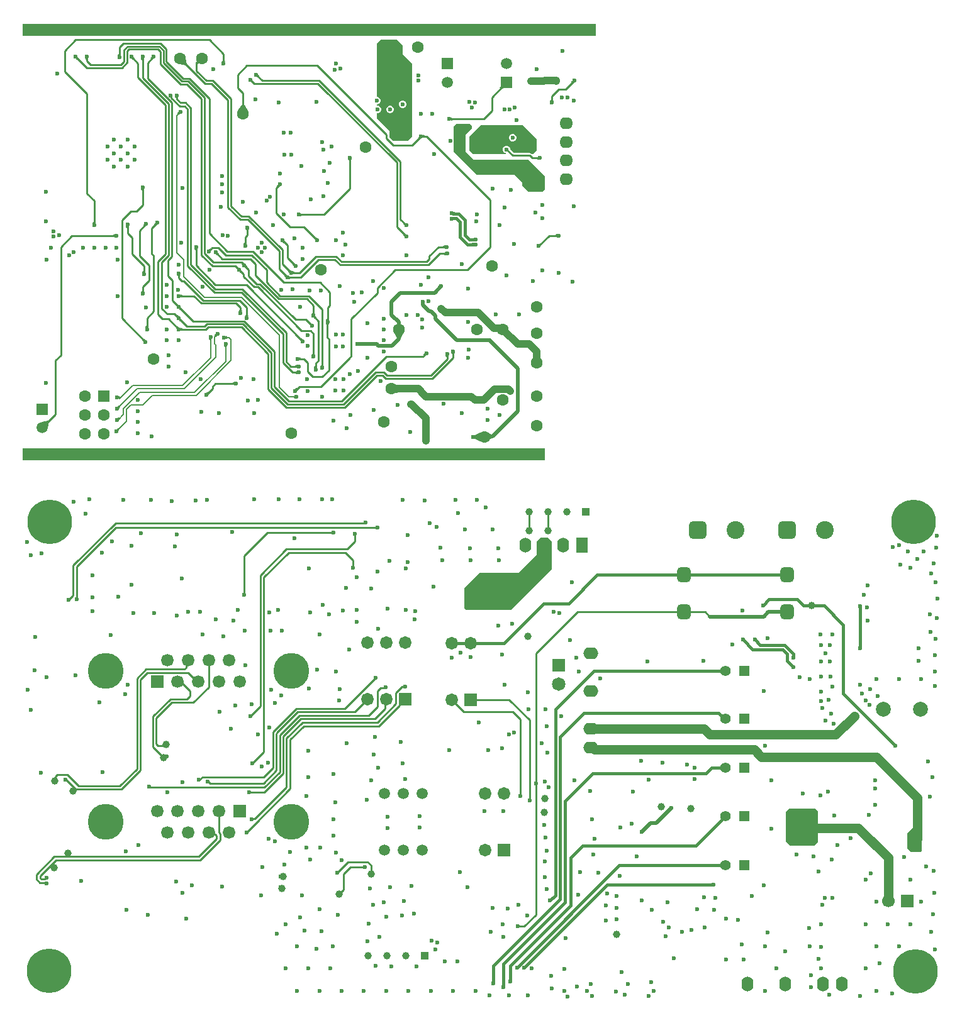
<source format=gbl>
G04*
G04 #@! TF.GenerationSoftware,Altium Limited,Altium Designer,24.0.1 (36)*
G04*
G04 Layer_Physical_Order=4*
G04 Layer_Color=16711680*
%FSTAX24Y24*%
%MOIN*%
G70*
G04*
G04 #@! TF.SameCoordinates,F3E9A89A-E33D-43AE-B610-609CB64B5824*
G04*
G04*
G04 #@! TF.FilePolarity,Positive*
G04*
G01*
G75*
%ADD58C,0.0200*%
%ADD59C,0.0150*%
%ADD61C,0.0100*%
%ADD63C,0.0500*%
%ADD108C,0.0197*%
%ADD109C,0.0098*%
%ADD110C,0.0079*%
%ADD112C,0.0551*%
%ADD113R,0.0551X0.0551*%
%ADD114R,0.0715X0.0715*%
%ADD115C,0.0715*%
%ADD116O,0.0650X0.0670*%
%ADD117R,0.0650X0.0670*%
%ADD118C,0.2362*%
%ADD119C,0.0945*%
G04:AMPARAMS|DCode=120|XSize=94.5mil|YSize=94.5mil|CornerRadius=23.6mil|HoleSize=0mil|Usage=FLASHONLY|Rotation=0.000|XOffset=0mil|YOffset=0mil|HoleType=Round|Shape=RoundedRectangle|*
%AMROUNDEDRECTD120*
21,1,0.0945,0.0472,0,0,0.0*
21,1,0.0472,0.0945,0,0,0.0*
1,1,0.0472,0.0236,-0.0236*
1,1,0.0472,-0.0236,-0.0236*
1,1,0.0472,-0.0236,0.0236*
1,1,0.0472,0.0236,0.0236*
%
%ADD120ROUNDEDRECTD120*%
%ADD121O,0.0630X0.0787*%
%ADD122R,0.0630X0.0787*%
%ADD123O,0.0787X0.0630*%
%ADD124R,0.0388X0.0388*%
%ADD125C,0.0388*%
%ADD126C,0.0787*%
%ADD127R,0.0669X0.0669*%
%ADD128C,0.0669*%
%ADD129C,0.0591*%
%ADD130C,0.1900*%
%ADD131C,0.0665*%
%ADD132R,0.0665X0.0665*%
%ADD133C,0.0236*%
%ADD134C,0.0630*%
%ADD135R,0.0591X0.0600*%
%ADD136C,0.0591*%
%ADD137R,0.0630X0.0630*%
%ADD138O,0.0709X0.0630*%
G04:AMPARAMS|DCode=139|XSize=70.9mil|YSize=78.7mil|CornerRadius=17.7mil|HoleSize=0mil|Usage=FLASHONLY|Rotation=180.000|XOffset=0mil|YOffset=0mil|HoleType=Round|Shape=RoundedRectangle|*
%AMROUNDEDRECTD139*
21,1,0.0709,0.0433,0,0,180.0*
21,1,0.0354,0.0787,0,0,180.0*
1,1,0.0354,-0.0177,0.0217*
1,1,0.0354,0.0177,0.0217*
1,1,0.0354,0.0177,-0.0217*
1,1,0.0354,-0.0177,-0.0217*
%
%ADD139ROUNDEDRECTD139*%
%ADD140C,0.0394*%
%ADD141C,0.0157*%
%ADD142C,0.0394*%
G36*
X147047Y098346D02*
X116693D01*
Y098976D01*
X147047D01*
Y098346D01*
D02*
G37*
G36*
X121894Y097289D02*
X121728D01*
X121762Y097383D01*
X12186D01*
X121894Y097289D01*
D02*
G37*
G36*
X123621Y097126D02*
X123531Y097083D01*
X123461Y097153D01*
X123504Y097243D01*
X123621Y097126D01*
D02*
G37*
G36*
X122602Y097153D02*
X122532Y097083D01*
X122442Y097126D01*
X122559Y097243D01*
X122602Y097153D01*
D02*
G37*
G36*
X119649D02*
X119579Y097083D01*
X119489Y097126D01*
X119606Y097243D01*
X119649Y097153D01*
D02*
G37*
G36*
X123081Y097066D02*
X122982D01*
X122949Y09716D01*
X123114D01*
X123081Y097066D01*
D02*
G37*
G36*
X120128D02*
X12003D01*
X119996Y09716D01*
X120161D01*
X120128Y097066D01*
D02*
G37*
G36*
X127406Y096974D02*
X12724D01*
X127274Y097068D01*
X127372D01*
X127406Y096974D01*
D02*
G37*
G36*
X126043Y096882D02*
X125927Y096846D01*
X125858Y096916D01*
X125896Y097032D01*
X126043Y096882D01*
D02*
G37*
G36*
X125388Y096847D02*
X125319Y096777D01*
X125003Y09685D01*
X125315Y097162D01*
X125388Y096847D01*
D02*
G37*
G36*
X129216Y096208D02*
X129146Y096138D01*
X129056Y096181D01*
X129173Y096298D01*
X129216Y096208D01*
D02*
G37*
G36*
X128901Y095932D02*
X128831Y095863D01*
X128741Y095906D01*
X128858Y096022D01*
X128901Y095932D01*
D02*
G37*
G36*
X145904Y095866D02*
X145814Y095823D01*
X145745Y095893D01*
X145787Y095983D01*
X145904Y095866D01*
D02*
G37*
G36*
X142168Y095587D02*
X142029Y095517D01*
X141959Y095587D01*
X142029Y095726D01*
X142168Y095587D01*
D02*
G37*
G36*
X124894Y095021D02*
X124796D01*
X124762Y095115D01*
X124928D01*
X124894Y095021D01*
D02*
G37*
G36*
X144807Y094888D02*
X144642D01*
X144675Y094981D01*
X144774D01*
X144807Y094888D01*
D02*
G37*
G36*
X128567Y094438D02*
X128126D01*
X128297Y094713D01*
X128396D01*
X128567Y094438D01*
D02*
G37*
G36*
X125038Y094213D02*
X124938Y094174D01*
X124883Y09423D01*
X124921Y09433D01*
X125038Y094213D01*
D02*
G37*
G36*
X13947Y093986D02*
Y093888D01*
X139376Y093854D01*
Y09402D01*
X13947Y093986D01*
D02*
G37*
G36*
X137974Y093081D02*
Y092982D01*
X13788Y092949D01*
Y093114D01*
X137974Y093081D01*
D02*
G37*
G36*
X137794Y092913D02*
X137704Y092871D01*
X137634Y09294D01*
X137677Y09303D01*
X137794Y092913D01*
D02*
G37*
G36*
X136811Y097835D02*
Y097402D01*
X137323Y09689D01*
Y093032D01*
X137087Y092795D01*
X136299D01*
X136102Y092992D01*
Y093307D01*
X135433Y093976D01*
Y094252D01*
X135433Y094252D01*
X135512D01*
X135584Y094282D01*
X135639Y094337D01*
X135669Y09441D01*
Y094488D01*
X135639Y09456D01*
X135584Y094616D01*
X135512Y094646D01*
X135433D01*
X135433Y094646D01*
Y094724D01*
X135472D01*
X135545Y094754D01*
X1356Y09481D01*
X13563Y094882D01*
Y09496D01*
X1356Y095033D01*
X135545Y095088D01*
X135472Y095118D01*
X135433D01*
Y097953D01*
X13563Y09815D01*
X136496D01*
X136811Y097835D01*
D02*
G37*
G36*
X143898Y092874D02*
Y092283D01*
X143701Y092087D01*
X143649D01*
X143636Y0921D01*
X143593Y092128D01*
X143543Y092138D01*
X142702D01*
X14252Y09232D01*
Y092372D01*
X14249Y092444D01*
X142434Y0925D01*
X142362Y09253D01*
X142284D01*
X142211Y0925D01*
X142156Y092444D01*
X142126Y092372D01*
Y092294D01*
X142156Y092221D01*
X142211Y092166D01*
X142284Y092136D01*
X142282Y092087D01*
X140551D01*
X140354Y092283D01*
Y092835D01*
Y093032D01*
X140945Y093622D01*
X14315D01*
X143898Y092874D01*
D02*
G37*
G36*
X144005Y091787D02*
X143911Y091821D01*
Y091919D01*
X144005Y091953D01*
Y091787D01*
D02*
G37*
G36*
X134065Y091712D02*
X133967D01*
X133933Y091805D01*
X134098D01*
X134065Y091712D01*
D02*
G37*
G36*
X130314Y090354D02*
X130224Y090312D01*
X130154Y090381D01*
X130197Y090471D01*
X130314Y090354D01*
D02*
G37*
G36*
X123081Y090137D02*
X122982D01*
X122949Y090231D01*
X123114D01*
X123081Y090137D01*
D02*
G37*
G36*
X140472Y093583D02*
Y093425D01*
X140157Y09311D01*
Y092205D01*
X140586Y091776D01*
X14346D01*
X144331Y090906D01*
Y090197D01*
X144213Y090079D01*
X143465D01*
X14315Y090394D01*
Y090591D01*
X142756Y090984D01*
X140748D01*
X139528Y092205D01*
Y093543D01*
X139685Y093701D01*
X140354D01*
X140472Y093583D01*
D02*
G37*
G36*
X139586Y089007D02*
X139596Y088857D01*
X139476Y088857D01*
X139508Y08902D01*
X139586Y089007D01*
D02*
G37*
G36*
X131477Y088927D02*
Y088829D01*
X131384Y088795D01*
Y088961D01*
X131477Y088927D01*
D02*
G37*
G36*
X139586Y088607D02*
X139508Y088594D01*
X139476Y088757D01*
X139596Y088757D01*
X139586Y088607D01*
D02*
G37*
G36*
X120555Y088391D02*
X12039D01*
X120423Y088485D01*
X120522D01*
X120555Y088391D01*
D02*
G37*
G36*
X137007Y088425D02*
X13689Y088308D01*
X136847Y088398D01*
X136917Y088468D01*
X137007Y088425D01*
D02*
G37*
G36*
X123818Y088346D02*
X123728Y088304D01*
X123658Y088373D01*
X123701Y088463D01*
X123818Y088346D01*
D02*
G37*
G36*
X123227Y088268D02*
X123137Y088225D01*
X123068Y088295D01*
X12311Y088385D01*
X123227Y088268D01*
D02*
G37*
G36*
X122293Y088168D02*
X122195D01*
X122161Y088262D01*
X122327D01*
X122293Y088168D01*
D02*
G37*
G36*
X128632Y088011D02*
X128533D01*
X1285Y088105D01*
X128665D01*
X128632Y088011D01*
D02*
G37*
G36*
X137007Y087835D02*
X13689Y087718D01*
X136847Y087808D01*
X136917Y087877D01*
X137007Y087835D01*
D02*
G37*
G36*
X144994Y087673D02*
X144901Y087707D01*
Y087805D01*
X144994Y087839D01*
Y087673D01*
D02*
G37*
G36*
X121569D02*
X121475Y087707D01*
Y087805D01*
X121569Y087839D01*
Y087673D01*
D02*
G37*
G36*
X132282Y087638D02*
X132165Y087521D01*
X132123Y087611D01*
X132192Y087681D01*
X132282Y087638D01*
D02*
G37*
G36*
X140602Y087472D02*
X140483Y087471D01*
X140493Y087621D01*
X140571Y087634D01*
X140602Y087472D01*
D02*
G37*
G36*
X130594Y087428D02*
X130524Y087359D01*
X130434Y087402D01*
X130551Y087519D01*
X130594Y087428D01*
D02*
G37*
G36*
X128548Y08729D02*
X128382D01*
X128416Y087384D01*
X128514D01*
X128548Y08729D01*
D02*
G37*
G36*
X140602Y087371D02*
X140571Y087209D01*
X140493Y087221D01*
X140483Y087371D01*
X140602Y087371D01*
D02*
G37*
G36*
X144177Y087296D02*
X144134Y087206D01*
X144017Y087323D01*
X144107Y087366D01*
X144177Y087296D01*
D02*
G37*
G36*
X13905Y087083D02*
X138956Y087116D01*
Y087215D01*
X13905Y087248D01*
Y087083D01*
D02*
G37*
G36*
X125915Y086987D02*
X125817D01*
X125783Y087081D01*
X125949D01*
X125915Y086987D01*
D02*
G37*
G36*
X126699Y087013D02*
X126653Y086924D01*
X126543Y087047D01*
X126633Y087087D01*
X126699Y087013D01*
D02*
G37*
G36*
X139089Y086728D02*
X138995Y086762D01*
Y08686D01*
X139089Y086894D01*
Y086728D01*
D02*
G37*
G36*
X12707Y086795D02*
X127001Y086725D01*
X126911Y086768D01*
X127028Y086885D01*
X12707Y086795D01*
D02*
G37*
G36*
X128424Y086319D02*
X128307Y086202D01*
X128264Y086292D01*
X128334Y086362D01*
X128424Y086319D01*
D02*
G37*
G36*
X131141Y08626D02*
X131024Y086143D01*
X130981Y086233D01*
X131051Y086303D01*
X131141Y08626D01*
D02*
G37*
G36*
X128586Y08611D02*
X128516Y08604D01*
X128426Y086083D01*
X128543Y0862D01*
X128586Y08611D01*
D02*
G37*
G36*
X128148Y086063D02*
X128032Y085946D01*
X127989Y086036D01*
X128058Y086106D01*
X128148Y086063D01*
D02*
G37*
G36*
X123193Y085793D02*
X123028D01*
X123061Y085887D01*
X123159D01*
X123193Y085793D01*
D02*
G37*
G36*
X130904Y085906D02*
X130787Y085789D01*
X130745Y085879D01*
X130814Y085948D01*
X130904Y085906D01*
D02*
G37*
G36*
X12831Y085854D02*
X128241Y085784D01*
X128151Y085827D01*
X128268Y085944D01*
X12831Y085854D01*
D02*
G37*
G36*
X131084Y085837D02*
Y085738D01*
X13099Y085705D01*
Y08587D01*
X131084Y085837D01*
D02*
G37*
G36*
X12501Y08557D02*
X124911D01*
X124878Y085664D01*
X125043D01*
X12501Y08557D01*
D02*
G37*
G36*
X130707Y085669D02*
X130591Y085552D01*
X130548Y085642D01*
X130617Y085712D01*
X130707Y085669D01*
D02*
G37*
G36*
X130887Y0856D02*
Y085502D01*
X130793Y085469D01*
Y085634D01*
X130887Y0856D01*
D02*
G37*
G36*
X12314Y084765D02*
X122974D01*
X123008Y084859D01*
X123106D01*
X12314Y084765D01*
D02*
G37*
G36*
X125139Y084616D02*
Y084518D01*
X125045Y084484D01*
Y08465D01*
X125139Y084616D01*
D02*
G37*
G36*
X124959Y084094D02*
X124843Y083978D01*
X1248Y084068D01*
X124869Y084137D01*
X124959Y084094D01*
D02*
G37*
G36*
X125121Y083885D02*
X125052Y083816D01*
X124962Y083858D01*
X125079Y083975D01*
X125121Y083885D01*
D02*
G37*
G36*
X128311Y083746D02*
X128146D01*
X128179Y08384D01*
X128278D01*
X128311Y083746D01*
D02*
G37*
G36*
X132169Y083588D02*
X132004D01*
X132037Y083682D01*
X132136D01*
X132169Y083588D01*
D02*
G37*
G36*
X128634Y083479D02*
X128469D01*
X128502Y083573D01*
X128601D01*
X128634Y083479D01*
D02*
G37*
G36*
X124959Y083504D02*
X124843Y083387D01*
X1248Y083477D01*
X124869Y083547D01*
X124959Y083504D01*
D02*
G37*
G36*
X132247Y083413D02*
X132178Y083343D01*
X132088Y083386D01*
X132205Y083503D01*
X132247Y083413D01*
D02*
G37*
G36*
X132917Y083273D02*
X132752D01*
X132785Y083367D01*
X132884D01*
X132917Y083273D01*
D02*
G37*
G36*
X125121Y083295D02*
X125052Y083225D01*
X124962Y083268D01*
X125079Y083385D01*
X125121Y083295D01*
D02*
G37*
G36*
X13291Y083098D02*
X132874Y083007D01*
X132776Y083016D01*
X132746Y083111D01*
X13291Y083098D01*
D02*
G37*
G36*
X132024Y083088D02*
X131907Y082971D01*
X131864Y083061D01*
X131934Y083131D01*
X132024Y083088D01*
D02*
G37*
G36*
X12335Y08288D02*
X123185D01*
X123218Y082974D01*
X123317D01*
X12335Y08288D01*
D02*
G37*
G36*
X124959Y082913D02*
X124843Y082796D01*
X1248Y082887D01*
X124869Y082956D01*
X124959Y082913D01*
D02*
G37*
G36*
X125139Y082844D02*
Y082746D01*
X125045Y082713D01*
Y082878D01*
X125139Y082844D01*
D02*
G37*
G36*
X12702Y082442D02*
X12692Y082397D01*
X126858Y082446D01*
X126891Y082544D01*
X12702Y082442D01*
D02*
G37*
G36*
X136713Y082307D02*
X136516D01*
X136394Y08257D01*
X136835D01*
X136713Y082307D01*
D02*
G37*
G36*
X127544Y082402D02*
Y082323D01*
X127447Y08228D01*
Y082445D01*
X127544Y082402D01*
D02*
G37*
G36*
X126673Y082215D02*
X126594D01*
X126551Y082313D01*
X126717D01*
X126673Y082215D01*
D02*
G37*
G36*
X131524Y082283D02*
X131407Y082167D01*
X131365Y082257D01*
X131434Y082326D01*
X131524Y082283D01*
D02*
G37*
G36*
X123188Y082244D02*
X123071Y082127D01*
X123028Y082217D01*
X123098Y082287D01*
X123188Y082244D01*
D02*
G37*
G36*
X12748Y081826D02*
X127402D01*
X127358Y081924D01*
X127524D01*
X12748Y081826D01*
D02*
G37*
G36*
X13957Y081543D02*
X139536Y081449D01*
X139437Y081451D01*
X139404Y081545D01*
X13957Y081543D01*
D02*
G37*
G36*
X132169Y081423D02*
X132004D01*
X132037Y081517D01*
X132136D01*
X132169Y081423D01*
D02*
G37*
G36*
X13807Y081417D02*
X13798Y081375D01*
X13791Y081444D01*
X137953Y081534D01*
X13807Y081417D01*
D02*
G37*
G36*
X139222Y081318D02*
X139124D01*
X139091Y081412D01*
X139256D01*
X139222Y081318D01*
D02*
G37*
G36*
X131425Y081277D02*
Y081179D01*
X131331Y081145D01*
Y081311D01*
X131425Y081277D01*
D02*
G37*
G36*
X132642Y080832D02*
X132476D01*
X13251Y080926D01*
X132608D01*
X132642Y080832D01*
D02*
G37*
G36*
X132287Y080754D02*
X132122D01*
X132156Y080848D01*
X132254D01*
X132287Y080754D01*
D02*
G37*
G36*
X131215Y080744D02*
X131121Y080778D01*
Y080876D01*
X131215Y080909D01*
Y080744D01*
D02*
G37*
G36*
Y080429D02*
X131121Y080463D01*
Y080561D01*
X131215Y080594D01*
Y080429D01*
D02*
G37*
G36*
X127908Y079839D02*
X127814Y079872D01*
Y07997D01*
X127908Y080004D01*
Y079839D01*
D02*
G37*
G36*
X131263Y079619D02*
X13122Y079529D01*
X131104Y079646D01*
X131194Y079688D01*
X131263Y079619D01*
D02*
G37*
G36*
X136655Y079843D02*
Y079449D01*
X136445Y079425D01*
Y079866D01*
X136655Y079843D01*
D02*
G37*
G36*
X126578Y079422D02*
X126535Y079332D01*
X126419Y079449D01*
X126509Y079492D01*
X126578Y079422D01*
D02*
G37*
G36*
X131097Y07913D02*
X130999Y079173D01*
Y079252D01*
X131097Y079295D01*
Y07913D01*
D02*
G37*
G36*
X121875Y079213D02*
Y079134D01*
X121777Y079091D01*
Y079256D01*
X121875Y079213D01*
D02*
G37*
G36*
X12185Y078684D02*
X121811Y078584D01*
X121694Y078701D01*
X121794Y078739D01*
X12185Y078684D01*
D02*
G37*
G36*
X12186Y078061D02*
X121807Y077963D01*
X121724Y078106D01*
X12182Y078132D01*
X12186Y078061D01*
D02*
G37*
G36*
X118082Y077875D02*
X118012Y077582D01*
X117719Y077874D01*
X118013Y077945D01*
X118082Y077875D01*
D02*
G37*
G36*
X12181Y077503D02*
X121772Y077403D01*
X121655Y07752D01*
X121755Y077558D01*
X12181Y077503D01*
D02*
G37*
G36*
X141573Y077223D02*
Y077026D01*
X141439Y076983D01*
X141406Y077258D01*
X141573Y077223D01*
D02*
G37*
G36*
X140917Y076866D02*
X140654Y076988D01*
Y077185D01*
X140917Y077307D01*
X140917Y076866D01*
D02*
G37*
G36*
X144331Y075866D02*
X116693D01*
Y076496D01*
X144331D01*
Y075866D01*
D02*
G37*
G36*
X144702Y071544D02*
Y070068D01*
X142537Y067903D01*
X140174D01*
X140076Y068001D01*
Y069084D01*
X140863Y069871D01*
X14293D01*
X143915Y070856D01*
Y071544D01*
X144111Y071741D01*
X144505D01*
X144702Y071544D01*
D02*
G37*
G36*
X158682Y057389D02*
X158682Y057389D01*
X158682D01*
X158812Y057259D01*
Y055629D01*
X158612Y055429D01*
X157332D01*
X157122Y055639D01*
Y057209D01*
X157302Y057389D01*
X158682D01*
X158682Y057389D01*
D02*
G37*
G36*
X164328Y055167D02*
X164249Y055088D01*
X163737D01*
X163541Y055285D01*
Y056072D01*
X163934Y056466D01*
X164328D01*
Y055167D01*
D02*
G37*
%LPC*%
G36*
X13685Y094921D02*
X136772D01*
X1367Y094891D01*
X136644Y094836D01*
X136614Y094764D01*
Y094685D01*
X136644Y094613D01*
X1367Y094558D01*
X136772Y094528D01*
X13685D01*
X136923Y094558D01*
X136978Y094613D01*
X137008Y094685D01*
Y094764D01*
X136978Y094836D01*
X136923Y094891D01*
X13685Y094921D01*
D02*
G37*
G36*
X136181Y094646D02*
X136103D01*
X13603Y094616D01*
X135975Y09456D01*
X135945Y094488D01*
Y09441D01*
X135975Y094337D01*
X13603Y094282D01*
X136103Y094252D01*
X136181D01*
X136253Y094282D01*
X136309Y094337D01*
X136339Y09441D01*
Y094488D01*
X136309Y09456D01*
X136253Y094616D01*
X136181Y094646D01*
D02*
G37*
G36*
X142677Y09315D02*
X142599D01*
X142526Y09312D01*
X142471Y093064D01*
X142441Y092992D01*
Y092914D01*
X142471Y092841D01*
X142526Y092786D01*
X142599Y092756D01*
X142677D01*
X142749Y092786D01*
X142805Y092841D01*
X142835Y092914D01*
Y092992D01*
X142805Y093064D01*
X142749Y09312D01*
X142677Y09315D01*
D02*
G37*
%LPD*%
D58*
X151062Y057429D02*
X150262Y056629D01*
X149962D01*
X149482Y056149D01*
D59*
X159141Y068149D02*
X158482D01*
X156223Y068474D02*
X155899Y068149D01*
X157714Y068474D02*
X156223D01*
X158048Y068139D02*
X157714Y068474D01*
X158482Y068139D02*
X158048D01*
X146336Y055403D02*
X145706Y054773D01*
X153922Y056979D02*
X152346Y055403D01*
X146336D01*
X152871Y059261D02*
X146884D01*
X153165Y059555D02*
X152871Y059261D01*
X146884D02*
X145422Y057799D01*
X153922Y054387D02*
X14829D01*
X142872Y048969D01*
X162911Y060718D02*
X160155Y063474D01*
Y067135D01*
X157522Y064874D02*
X157169Y065227D01*
X157522Y065595D02*
X157057Y066059D01*
X157522Y065374D02*
Y065595D01*
X157057Y066059D02*
X155752D01*
X160155Y067135D02*
X159141Y068149D01*
X145702Y052246D02*
Y054261D01*
X145706D02*
Y054773D01*
X153922Y059555D02*
X153165D01*
X145422Y052419D02*
Y057799D01*
X155752Y066059D02*
X155468Y066343D01*
X156942Y065829D02*
X155362D01*
X154832Y066359D01*
X157169Y065602D02*
X156942Y065829D01*
X157169Y065227D02*
Y065602D01*
X145702Y052246D02*
X142512Y049056D01*
X145152Y052579D02*
Y061199D01*
Y052579D02*
X141627Y049054D01*
X146402Y062449D02*
X145152Y061199D01*
X144902Y052799D02*
X144612Y052509D01*
X146945Y064702D02*
X144902Y062659D01*
Y052799D02*
Y062659D01*
X145422Y052419D02*
X142152Y049149D01*
X153922Y064702D02*
X146945D01*
X147648Y053355D02*
X143251Y048959D01*
X153285Y053355D02*
X147648D01*
X142512Y048229D02*
Y049056D01*
X142152Y047919D02*
Y049149D01*
X153922Y062139D02*
X153862D01*
X153552Y062449D02*
X146402D01*
X153862Y062139D02*
X153552Y062449D01*
X141627Y04812D02*
Y049054D01*
X161047Y065894D02*
Y068124D01*
X161052Y065889D02*
X161047Y065894D01*
Y068124D02*
X161042Y068129D01*
X139409Y088955D02*
X139426Y088938D01*
X139487D01*
X140586Y087546D02*
X140592Y087552D01*
X140653D02*
X140669Y087569D01*
X139493Y088682D02*
X139662D01*
X140335Y087546D02*
X140586D01*
X139858Y08767D02*
Y088485D01*
Y08767D02*
X140232Y087296D01*
X139765Y088932D02*
X140108Y088589D01*
X139493Y088932D02*
X139765D01*
X140586Y087296D02*
X140592Y08729D01*
X139409Y088659D02*
X139426Y088676D01*
X139487Y088938D02*
X139493Y088932D01*
X140653Y08729D02*
X140669Y087274D01*
X140108Y087773D02*
Y088589D01*
X140232Y087296D02*
X140586D01*
X139662Y088682D02*
X139858Y088485D01*
X139487Y088676D02*
X139493Y088682D01*
X140108Y087773D02*
X140335Y087546D01*
X139426Y088676D02*
X139487D01*
X140592Y087552D02*
X140653D01*
X140592Y08729D02*
X140653D01*
D61*
X153068Y067568D02*
X152832Y067804D01*
X1517D01*
X146077D01*
X143499Y073118D02*
X143497Y073119D01*
X143499Y072137D02*
Y073118D01*
X1435Y072135D02*
X143499Y072137D01*
X144499Y073118D02*
X144497Y073119D01*
X144499Y072137D02*
Y073118D01*
X1445Y072135D02*
X144499Y072137D01*
X146077Y067804D02*
X143882Y065609D01*
X118427Y058934D02*
Y059094D01*
X119053Y059188D02*
X11852D01*
X118427Y058934D02*
X118372Y058879D01*
X11852Y059188D02*
X118427Y059094D01*
X144392Y057909D02*
X144384Y057901D01*
X124236Y060721D02*
X123849D01*
X123762Y060809D01*
X124292Y060778D02*
X124236Y060721D01*
X124142Y060088D02*
X123582Y060648D01*
Y062274D01*
X124304Y060169D02*
X12414D01*
X126009Y054849D02*
X118359D01*
X126092Y054649D02*
X118442D01*
X127159Y055716D02*
Y056045D01*
Y055716D02*
X126092Y054649D01*
X126959Y055799D02*
Y055962D01*
Y055799D02*
X126009Y054849D01*
X118442Y054649D02*
X117604Y053811D01*
X118359Y054849D02*
X117404Y053893D01*
X143882Y058719D02*
Y065609D01*
X143262Y051149D02*
X142912D01*
X143882Y051769D02*
Y058719D01*
Y051769D02*
X143262Y051149D01*
X143537Y057807D02*
Y062074D01*
X142452Y063159D02*
X140412D01*
X143537Y062074D02*
X142452Y063159D01*
X119362Y068689D02*
X119112Y068439D01*
X119542Y068502D02*
X119534Y068494D01*
X119542Y068502D02*
Y070205D01*
X1234Y058522D02*
X12338Y058542D01*
X129495Y058522D02*
X1234D01*
X119493Y058409D02*
X118968Y058934D01*
X118956D01*
X119652Y058589D02*
X119053Y059188D01*
X122912Y059425D02*
X121896Y058409D01*
X121822Y058589D02*
X119652D01*
X122732Y059499D02*
X121822Y058589D01*
X121896Y058409D02*
X119493D01*
X129439Y059066D02*
X126216D01*
X129942Y059569D02*
X129439Y059066D01*
X129452Y060399D02*
Y069639D01*
Y060399D02*
X128842Y059789D01*
X122732Y059499D02*
Y064299D01*
X122912Y059425D02*
Y064225D01*
X130772Y070959D02*
X129452Y069639D01*
X129272Y062813D02*
Y069749D01*
Y062813D02*
X128732Y062273D01*
X129942Y059569D02*
Y061444D01*
X12944Y058721D02*
X12661D01*
X126513Y058818D02*
X126483D01*
X12661Y058721D02*
X126513Y058818D01*
X130122Y059404D02*
X12944Y058721D01*
X130302Y059329D02*
X129495Y058522D01*
X128684Y058258D02*
X128679Y058263D01*
X129486Y058258D02*
X128684D01*
X130482Y059254D02*
X129486Y058258D01*
X130482Y059254D02*
Y061205D01*
X130122Y059404D02*
Y061354D01*
X130302Y059329D02*
Y061279D01*
X126059Y058909D02*
X126022D01*
X126216Y059066D02*
X126059Y058909D01*
X129061Y056929D02*
X129061D01*
X128964Y056549D02*
X128545Y056131D01*
X130862Y058447D02*
Y061047D01*
X128971Y056839D02*
X128844D01*
X130862Y058447D02*
X128964Y056549D01*
X128964D01*
X128844Y056839D02*
X128818Y056813D01*
X130662Y05853D02*
X129061Y056929D01*
X130662Y05853D02*
Y06113D01*
X129061Y056929D02*
X128971Y056839D01*
X131187Y062689D02*
X129942Y061444D01*
X133732Y062689D02*
X131187D01*
X135372Y064329D02*
X133732Y062689D01*
X131584Y061769D02*
X130862Y061047D01*
X131501Y061969D02*
X130662Y06113D01*
X135332Y062149D02*
X131426D01*
X131352Y062329D02*
X130302Y061279D01*
X135022Y062329D02*
X131352D01*
X135472Y061969D02*
X131501D01*
X134274Y062509D02*
X131262D01*
X135555Y061769D02*
X131584D01*
X131262Y062509D02*
X130162Y061409D01*
X13495Y063185D02*
X134274Y062509D01*
X135472Y062779D02*
X135022Y062329D01*
X136452Y062949D02*
X135472Y061969D01*
X135883Y0627D02*
X135332Y062149D01*
X131426D02*
X130482Y061205D01*
X136652Y062866D02*
X135555Y061769D01*
X123286Y064599D02*
X122912Y064225D01*
X123212Y064779D02*
X122732Y064299D01*
X130162Y061394D02*
X130122Y061354D01*
X130162Y061394D02*
Y061409D01*
X135472Y062779D02*
Y063609D01*
X135656Y063793D02*
X135472Y063609D01*
X135922Y063819D02*
X135896Y063793D01*
X135656D01*
X125431Y064599D02*
X123286D01*
X125252Y064779D02*
X123212D01*
X125441Y065244D02*
X125337Y065141D01*
Y064865D02*
Y065141D01*
Y064865D02*
X125252Y064779D01*
X135883Y0627D02*
Y063117D01*
X13595Y063185D02*
X135883Y063117D01*
X136452Y062949D02*
Y06353D01*
X136652Y062866D02*
Y062876D01*
X13695Y063175D02*
X136652Y062876D01*
X13695Y063175D02*
Y063185D01*
X136771Y063849D02*
X136452Y06353D01*
X136962Y063849D02*
X136771D01*
X117404Y053645D02*
Y053893D01*
X117579Y053469D02*
X117404Y053645D01*
X11786Y053469D02*
X117579D01*
X117918Y053411D02*
X11786Y053469D01*
X117955Y053411D02*
X117918D01*
X126639Y056026D02*
X126531Y056134D01*
X126895Y056026D02*
X126639D01*
X126959Y055962D02*
X126895Y056026D01*
X117604Y053728D02*
Y053811D01*
X117662Y053669D02*
X117604Y053728D01*
X11786Y053669D02*
X117662D01*
X117955Y053727D02*
X117918D01*
X11786Y053669D01*
X127076Y056127D02*
Y057252D01*
X127159Y056045D02*
X127076Y056127D01*
X133772Y070959D02*
X130772D01*
X128419Y068727D02*
Y070786D01*
X129652Y072019D02*
X128419Y070786D01*
X133152Y072019D02*
X129652D01*
X130662Y071139D02*
X129272Y069749D01*
X134292Y071539D02*
Y071939D01*
X133892Y071139D02*
X130662D01*
X134292Y071539D02*
X133892Y071139D01*
X134182Y070159D02*
Y070549D01*
X133772Y070959D01*
X13486Y072537D02*
X13485Y072527D01*
X12161D01*
X121626Y072289D02*
X119542Y070205D01*
X12161Y072527D02*
X119362Y070279D01*
X135472Y072289D02*
X121626D01*
X119362Y068689D02*
Y070279D01*
X125904Y064126D02*
X125431Y064599D01*
X125986Y064126D02*
X125904D01*
X125552Y063369D02*
Y06362D01*
X125046Y064126D02*
X124895D01*
X125552Y06362D02*
X125046Y064126D01*
X125552Y063369D02*
X125382Y063199D01*
X124507D01*
X126531Y063828D02*
X125722Y063019D01*
X124507Y063199D02*
X123582Y062274D01*
X124582Y063019D02*
X123762Y062199D01*
X125722Y063019D02*
X124582D01*
X126531Y063828D02*
Y065244D01*
X123762Y060809D02*
Y062199D01*
X142662Y062509D02*
X140062D01*
X139412Y063159D01*
X143062Y062109D02*
X142662Y062509D01*
X143062Y058039D02*
Y062109D01*
X133692Y05309D02*
Y053919D01*
X134052Y054279D02*
X133692Y053919D01*
X134952Y054559D02*
X133922D01*
X133362Y053999D01*
X134802Y054279D02*
X134052D01*
X135132Y054379D02*
X134952Y054559D01*
X135132Y053909D02*
Y054379D01*
X133692Y05309D02*
X133452Y05285D01*
D63*
X15543Y060521D02*
X146992D01*
X155824Y060127D02*
X15543Y060521D01*
X146992D02*
X146902Y060611D01*
X146788D01*
X160745Y062293D02*
X159761Y061308D01*
X153068D01*
X152765Y061611D02*
X146788D01*
X153068Y061308D02*
X152765Y061611D01*
X164092Y057962D02*
X161926Y060127D01*
X155824D01*
X164092Y055796D02*
Y057962D01*
X16096Y056369D02*
X157972D01*
X162552Y052479D02*
Y054777D01*
X16096Y056369D01*
D108*
X153501Y067568D02*
X153068D01*
X155942D02*
X153501D01*
X156178Y067804D02*
X155942Y067568D01*
X157192Y067804D02*
X156178D01*
X140551Y077087D02*
X141142D01*
X14118Y077124D02*
X141573D01*
X142913Y078465D01*
X141142Y077087D02*
X14118Y077124D01*
X142913Y078465D02*
Y080709D01*
X138543Y083346D02*
Y083504D01*
X138307Y08374D02*
X138543Y083504D01*
X137882Y084087D02*
X138228Y08374D01*
X138307D01*
X137882Y084087D02*
Y084244D01*
X137874Y084252D02*
X137882Y084244D01*
X138543Y083346D02*
X139685Y082205D01*
X141417D02*
X142913Y080709D01*
X139685Y082205D02*
X141417D01*
X138504Y084724D02*
X138858Y085079D01*
X13622Y084252D02*
X136693Y084724D01*
X138504D01*
X1364Y083368D02*
X136435D01*
X136614Y083189D01*
X13622Y083547D02*
X1364Y083368D01*
X13622Y083547D02*
Y084252D01*
X136614Y082795D02*
Y083189D01*
Y082283D02*
Y082795D01*
X13626Y081929D02*
X136614Y082283D01*
X135512Y081929D02*
X13626D01*
X134409Y082008D02*
X135433D01*
X135512Y081929D01*
D109*
X134094Y081378D02*
Y083346D01*
X133976Y08126D02*
X134094Y081378D01*
X133976Y08126D02*
Y08126D01*
X13248Y079764D02*
X133976Y08126D01*
X135935Y081339D02*
X137874D01*
X133573Y078976D02*
X135935Y081339D01*
X130787Y078976D02*
X133573D01*
X133675Y078819D02*
X135368Y080512D01*
X130709Y078819D02*
X133675D01*
X135368Y080512D02*
X135813D01*
X135433Y080354D02*
X135748D01*
X13374Y078661D02*
X135433Y080354D01*
X13063Y078661D02*
X13374D01*
X131339Y079764D02*
X13248D01*
X118701Y081417D02*
Y087165D01*
X118425Y081142D02*
X118701Y081417D01*
X118425Y078287D02*
Y081142D01*
X126575Y09815D02*
X127323Y097402D01*
X119488Y09815D02*
X126575D01*
X118898Y097559D02*
X119488Y09815D01*
X121811Y097756D02*
X122008Y097953D01*
X123989D01*
X124291Y09765D01*
X123924Y097795D02*
X124134Y097585D01*
X122244Y097795D02*
X123924D01*
X122054Y097605D02*
X122244Y097795D01*
X122309Y097638D02*
X123858D01*
X122211Y09754D02*
X122309Y097638D01*
X123858D02*
X123976Y09752D01*
X122211Y096936D02*
Y09754D01*
X123976Y09685D02*
Y09752D01*
X120079Y097008D02*
Y097244D01*
Y097008D02*
X120276Y096811D01*
X121811Y097205D02*
Y097756D01*
X120276Y096811D02*
X121864D01*
X122054Y097001D02*
Y097605D01*
X121864Y096811D02*
X122054Y097001D01*
X121929Y096654D02*
X122211Y096936D01*
X120079Y096654D02*
X121929D01*
X124961Y084567D02*
X125748D01*
X126142Y084173D01*
X127992D01*
X128228Y083661D02*
Y083937D01*
X127992Y084173D02*
X128228Y083937D01*
X124961Y085512D02*
X125118Y085354D01*
X124961Y085512D02*
Y085748D01*
X125118Y085354D02*
X125224D01*
X126248Y084331D02*
X128189D01*
X125224Y085354D02*
X126248Y084331D01*
X128189D02*
X128552Y083968D01*
Y083395D02*
Y083968D01*
X13Y079764D02*
Y081627D01*
X125709Y083228D02*
X128398D01*
X13Y081627D01*
X129843Y079685D02*
Y081561D01*
X125394Y082953D02*
X126313D01*
X124961Y083386D02*
X125394Y082953D01*
X126313D02*
X126431Y083071D01*
X128333D01*
X129843Y081561D01*
X129685Y079606D02*
Y081496D01*
X124961Y082795D02*
X126378D01*
X128268Y082913D02*
X129685Y081496D01*
X126496Y082913D02*
X128268D01*
X126378Y082795D02*
X126496Y082913D01*
X124606Y084331D02*
X124961Y083976D01*
X124606Y084331D02*
Y085394D01*
X12437Y08563D02*
X124606Y085394D01*
X125039Y095787D02*
X125377D01*
X126142Y095023D01*
X123976Y09685D02*
X125039Y095787D01*
X126142Y086732D02*
Y095023D01*
X126299Y086811D02*
Y095088D01*
X125105Y095945D02*
X125443D01*
X126299Y095088D01*
X124134Y096916D02*
X125105Y095945D01*
X144567Y087756D02*
X145079D01*
X144016Y087205D02*
X144567Y087756D01*
X135813Y080512D02*
X135971Y080354D01*
X138321D01*
X139173Y081207D01*
Y081496D01*
X135906Y080197D02*
X138386D01*
X139486Y081297D02*
Y081626D01*
X138386Y080197D02*
X139486Y081297D01*
Y081626D02*
X139488Y081628D01*
X135748Y080354D02*
X135906Y080197D01*
X137874Y081339D02*
X138071Y081535D01*
X136417Y085945D02*
X140236D01*
X135472Y085D02*
X136417Y085945D01*
X134094Y083346D02*
X135472Y084724D01*
Y085D01*
X145079Y095512D02*
X145433D01*
X145906Y095984D01*
X144724Y095157D02*
X145079Y095512D01*
X144724Y094803D02*
Y095157D01*
X141457Y087165D02*
Y089665D01*
X137795Y093031D02*
X138091D01*
X141457Y089665D01*
X143681Y09187D02*
X144089D01*
X143543Y092008D02*
X143681Y09187D01*
X142648Y092008D02*
X143543D01*
X142323Y092333D02*
X142648Y092008D01*
X132283Y096772D02*
X135945Y09311D01*
X137323Y092559D02*
X137795Y093031D01*
X136299Y092559D02*
X137323D01*
X135945Y092913D02*
Y09311D01*
Y092913D02*
X136299Y092559D01*
X141535Y09437D02*
Y095094D01*
X142323Y095881D02*
Y095886D01*
X141535Y095094D02*
X142323Y095881D01*
X139291Y093937D02*
X141102D01*
X141535Y09437D01*
X140236Y085945D02*
X141457Y087165D01*
X129843Y079685D02*
X130709Y078819D01*
X13Y079764D02*
X130787Y078976D01*
X129685Y079606D02*
X13063Y078661D01*
X131102Y079528D02*
X131339Y079764D01*
X128543Y096772D02*
X132283D01*
X128071Y096299D02*
X128543Y096772D01*
X128071Y095591D02*
Y096299D01*
Y095591D02*
X128346Y095315D01*
Y094213D02*
Y095315D01*
X128533Y085157D02*
X131526Y082165D01*
X12689Y085157D02*
X128533D01*
X126831Y084744D02*
X128287D01*
X130472Y082559D01*
X125427Y086148D02*
X126831Y084744D01*
X12832Y084934D02*
X13063Y082624D01*
X125859Y085938D02*
X126863Y084934D01*
X125866Y086181D02*
X12689Y085157D01*
X126863Y084934D02*
X12832D01*
X125866Y086181D02*
Y087165D01*
X125585Y086213D02*
Y09452D01*
Y086213D02*
X125859Y085938D01*
X125859D01*
X125427Y086148D02*
Y094455D01*
X129134Y085039D02*
X131457Y082717D01*
X131929D01*
X132087Y081339D02*
Y082559D01*
X131929Y082717D02*
X132087Y082559D01*
X131688Y083307D02*
X132025Y08297D01*
X131142Y083307D02*
X131688D01*
X129252Y085197D02*
X131142Y083307D01*
X126575Y087874D02*
Y095035D01*
X12517Y096102D02*
X125508D01*
X126575Y095035D01*
X124291Y096981D02*
X12517Y096102D01*
X126177Y097165D02*
X126181D01*
X125893Y096881D02*
X126177Y097165D01*
X125893Y096495D02*
Y096881D01*
Y096495D02*
X126404Y095984D01*
X126758D02*
X127717Y095026D01*
X126404Y095984D02*
X126758D01*
X127717Y089331D02*
Y095026D01*
X127559Y089265D02*
Y094961D01*
X126693Y095827D02*
X127559Y094961D01*
X126339Y095827D02*
X126693D01*
X125Y097165D02*
X126339Y095827D01*
X124291Y096981D02*
Y09765D01*
X124134Y096916D02*
Y097585D01*
X125039Y094803D02*
X125301D01*
X125585Y09452D01*
X124845Y094997D02*
Y095199D01*
Y094997D02*
X125039Y094803D01*
X124528Y095197D02*
X124554Y09517D01*
X125276Y094606D02*
X125427Y094455D01*
X124554Y095051D02*
X124999Y094606D01*
X124554Y095051D02*
Y09517D01*
X124999Y094606D02*
X125276D01*
X126575Y087874D02*
X127526Y086922D01*
X126299Y086811D02*
X126772Y086339D01*
X119488Y097244D02*
X120079Y096654D01*
X123032Y096128D02*
X124409Y09475D01*
X123032Y096128D02*
Y097244D01*
X123307Y096075D02*
Y096929D01*
X123622Y097244D01*
X122795Y096142D02*
Y09689D01*
X122441Y097244D02*
X122795Y09689D01*
X128865Y086922D02*
X130512Y085276D01*
X127526Y086922D02*
X128865D01*
X129606Y085288D02*
Y085945D01*
X127441Y086732D02*
X128819D01*
X129606Y085945D01*
X128386Y085591D02*
X128937Y085039D01*
X129134D01*
X128386Y085591D02*
Y085709D01*
X12815Y085945D02*
X128386Y085709D01*
X127953Y086142D02*
X12815Y085945D01*
X129094Y085197D02*
X129252D01*
X128661Y08563D02*
X129094Y085197D01*
X128661Y08563D02*
Y085965D01*
X128425Y086201D02*
X128661Y085965D01*
X128287Y086339D02*
X128425Y086201D01*
X118701Y087165D02*
X119291Y087756D01*
X121654D01*
X117717Y077579D02*
X118425Y078287D01*
X128583Y087795D02*
Y088189D01*
X128465Y087206D02*
Y087678D01*
X128583Y087795D01*
X126728Y087112D02*
X127061D01*
X127441Y086732D01*
X12874Y086535D02*
X129016Y08626D01*
X12726Y086535D02*
X12874D01*
X126909Y086886D02*
X12726Y086535D01*
X126772Y086339D02*
X128287D01*
X126732Y086142D02*
X127953D01*
X126142Y086732D02*
X126732Y086142D01*
X130906Y085787D02*
X131339D01*
X132205Y086654D01*
X133294D01*
X132362Y086496D02*
X133228D01*
X130709Y085551D02*
X131417D01*
X132362Y086496D01*
X130709Y086575D02*
Y087244D01*
Y086575D02*
X131142Y086142D01*
X130433Y08752D02*
X130709Y087244D01*
X130433Y08626D02*
Y087008D01*
Y08626D02*
X130906Y085787D01*
X130276Y085984D02*
X130709Y085551D01*
X130276Y085984D02*
Y086943D01*
X132953Y084055D02*
Y084764D01*
X130512Y085276D02*
X132441D01*
X132953Y084764D01*
X132835Y083937D02*
X132953Y084055D01*
X127559Y089265D02*
X128202Y088622D01*
X128596D01*
X130276Y086943D01*
X128268Y08878D02*
X128661D01*
X130433Y087008D01*
X127717Y089331D02*
X128268Y08878D01*
X133294Y086654D02*
X133569Y086378D01*
X138071D01*
X138228Y086535D01*
Y086693D01*
X138701Y087165D01*
X139134D01*
X133504Y08622D02*
X138189D01*
X13878Y086811D01*
X139173D01*
X133228Y086496D02*
X133504Y08622D01*
X134016Y090236D02*
Y09189D01*
X132657Y088878D02*
X134016Y090236D01*
X131299Y088878D02*
X132657D01*
X130118Y090276D02*
X130315Y090472D01*
X130118Y088952D02*
Y090276D01*
Y088952D02*
X130841Y088228D01*
X131575D01*
X132283Y08752D01*
X136693Y088622D02*
X137008Y088307D01*
X136693Y088622D02*
Y091679D01*
X132388Y095984D02*
X136693Y091679D01*
X12937Y095984D02*
X132388D01*
X129055Y096299D02*
X12937Y095984D01*
X12874Y096024D02*
X128937Y095827D01*
X132323D01*
X136496Y091654D01*
Y088228D02*
X137008Y087717D01*
X136496Y088228D02*
Y091654D01*
X132835Y083189D02*
Y083937D01*
X132825Y08318D02*
X132835Y083189D01*
X132825Y082365D02*
Y08318D01*
Y082365D02*
X132913Y082277D01*
Y08063D02*
Y082277D01*
X132559Y080276D02*
X132913Y08063D01*
X132047Y080276D02*
X132559D01*
X131772Y080551D02*
X132047Y080276D01*
X131772Y080551D02*
Y081024D01*
X131567Y081228D02*
X131772Y081024D01*
X131247Y081228D02*
X131567D01*
X13185Y084567D02*
X132559Y083858D01*
X130327Y084567D02*
X13185D01*
X132559Y080748D02*
Y083858D01*
X130262Y084409D02*
X131732D01*
X132087Y084055D01*
Y083504D02*
Y084055D01*
Y083504D02*
X132362Y083228D01*
X129016Y085656D02*
X130262Y084409D01*
X129606Y085288D02*
X130327Y084567D01*
X126535Y086929D02*
X126545D01*
X126728Y087112D01*
X132362Y081142D02*
Y083228D01*
X132205Y080984D02*
X132362Y081142D01*
X129016Y085656D02*
Y08626D01*
X118898Y096457D02*
Y097559D01*
Y096457D02*
X120079Y095276D01*
Y09D02*
Y095276D01*
X124409Y086706D02*
Y09475D01*
X12437Y086444D02*
X124567Y086641D01*
X124252Y086772D02*
Y094685D01*
X122795Y096142D02*
X124252Y094685D01*
X123307Y096075D02*
X124567Y094816D01*
X124055Y086352D02*
X124409Y086706D01*
X124567Y086641D02*
Y094816D01*
X123858Y086378D02*
X124252Y086772D01*
X123504Y086811D02*
Y08815D01*
X123819Y088465D01*
X123504Y086811D02*
X123622Y086693D01*
Y08374D02*
Y086693D01*
X123268Y083386D02*
X123622Y08374D01*
X123268Y082795D02*
Y083386D01*
X12248Y086772D02*
Y087638D01*
Y086772D02*
X12311Y086142D01*
Y085709D02*
Y086142D01*
X122874Y088032D02*
X123228Y088386D01*
X122874Y086693D02*
Y088032D01*
Y086693D02*
X123386Y086181D01*
Y085394D02*
Y086181D01*
X123057Y085065D02*
X123386Y085394D01*
X123057Y084681D02*
Y085065D01*
X122244Y087874D02*
Y088346D01*
Y087874D02*
X12248Y087638D01*
X122402Y089055D02*
X122717D01*
X121929Y088583D02*
X122402Y089055D01*
X121929Y083386D02*
Y088583D01*
X122717Y089055D02*
X123032Y08937D01*
Y090315D01*
X121929Y083386D02*
X123189Y082126D01*
X127323Y09689D02*
Y097402D01*
X120079Y09D02*
X120472Y089606D01*
Y088307D02*
Y089606D01*
X13063Y081089D02*
Y082624D01*
Y081089D02*
X130892Y080827D01*
X131299D01*
X130472Y081024D02*
Y082559D01*
Y081024D02*
X130984Y080512D01*
X131299D01*
X123858Y083583D02*
X124094Y083346D01*
X123858Y083583D02*
Y086378D01*
X124055Y083898D02*
Y086352D01*
Y083898D02*
X124331Y083622D01*
X124961Y083976D02*
X125709Y083228D01*
X12437Y08563D02*
Y086444D01*
X124724Y083622D02*
X124961Y083386D01*
X124331Y083622D02*
X124724D01*
X124094Y083346D02*
X124409D01*
X124961Y082795D01*
X132205Y080669D02*
Y080984D01*
X126732Y079764D02*
X12689Y079921D01*
X127992D01*
X126732Y079646D02*
Y079764D01*
X126417Y079331D02*
X126732Y079646D01*
D110*
X122165Y077913D02*
Y078543D01*
X122402Y07878D02*
X123032D01*
X122165Y078543D02*
X122402Y07878D01*
X121693Y079173D02*
X12189D01*
X12252Y079803D01*
X125157D01*
X122756Y079646D02*
X125236D01*
X121693Y078583D02*
X122756Y079646D01*
X122028Y078602D02*
X122874Y079449D01*
X122028Y078284D02*
Y078602D01*
X121736Y077992D02*
X122028Y078284D01*
X122874Y079449D02*
X125787D01*
X121693Y077992D02*
X121736D01*
X121654Y077402D02*
X122165Y077913D01*
X124843Y08685D02*
Y094134D01*
X126299Y084488D02*
X128268D01*
X125197Y085591D02*
X126299Y084488D01*
X125197Y085591D02*
Y086496D01*
X124843Y08685D02*
X125197Y086496D01*
X125157Y079803D02*
X126634Y08128D01*
Y082398D01*
X127008Y08254D02*
Y082559D01*
X12685Y082382D02*
X127008Y08254D01*
X12685Y08203D02*
Y082382D01*
X125236Y079646D02*
X126909Y081319D01*
Y081971D01*
X12685Y08203D02*
X126909Y081971D01*
X127598Y082362D02*
X127717Y082244D01*
X127362Y082362D02*
X127598D01*
X127717Y081142D02*
Y082244D01*
X125866Y079291D02*
X127717Y081142D01*
X130276Y079724D02*
X130787Y079213D01*
X131181D01*
X130276Y079724D02*
Y08248D01*
X124843Y094134D02*
X125039Y094331D01*
X128268Y084488D02*
X130276Y08248D01*
X123032Y07878D02*
X123543Y079291D01*
X125866D01*
X125787Y079449D02*
X127441Y081102D01*
Y082008D01*
D112*
X153922Y054387D02*
D03*
Y056979D02*
D03*
Y062139D02*
D03*
Y059555D02*
D03*
Y064702D02*
D03*
D113*
X154922Y054387D02*
D03*
Y056979D02*
D03*
Y062139D02*
D03*
Y059555D02*
D03*
Y064702D02*
D03*
D114*
X14508Y064988D02*
D03*
D115*
Y063988D02*
D03*
D116*
X139412Y066159D02*
D03*
X140412D02*
D03*
X139412Y063159D02*
D03*
X13495Y063185D02*
D03*
Y066185D02*
D03*
X13595D02*
D03*
X13695D02*
D03*
X13595Y063185D02*
D03*
X141175Y058193D02*
D03*
X142175D02*
D03*
X141175Y055193D02*
D03*
D117*
X140412Y063159D02*
D03*
X13695Y063185D02*
D03*
X142175Y055193D02*
D03*
D118*
X16388Y072588D02*
D03*
X118117Y072573D02*
D03*
X163966Y048744D02*
D03*
X118067Y048795D02*
D03*
D119*
X159186Y072155D02*
D03*
X154462D02*
D03*
D120*
X157186D02*
D03*
X152462D02*
D03*
D121*
X1453Y071348D02*
D03*
X1433D02*
D03*
X1443D02*
D03*
X15507Y048076D02*
D03*
X16007Y048076D02*
D03*
X15907D02*
D03*
X15707Y048076D02*
D03*
D122*
X1463Y071348D02*
D03*
D123*
X146788Y065611D02*
D03*
X146788Y060611D02*
D03*
Y061611D02*
D03*
X146788Y063611D02*
D03*
D124*
X146497Y073119D02*
D03*
X137992Y049579D02*
D03*
D125*
X145497Y073119D02*
D03*
X144497D02*
D03*
X143497D02*
D03*
X136992Y049579D02*
D03*
X135992D02*
D03*
X134992D02*
D03*
D126*
X164236Y062669D02*
D03*
X162268D02*
D03*
D127*
X163537Y052479D02*
D03*
D128*
X162552D02*
D03*
D129*
X135848Y055193D02*
D03*
X136848D02*
D03*
X137848D02*
D03*
Y058193D02*
D03*
X136848D02*
D03*
X135848D02*
D03*
D130*
X121067Y064685D02*
D03*
X130905D02*
D03*
Y056693D02*
D03*
X121067D02*
D03*
D131*
X128167Y064126D02*
D03*
X127622Y065244D02*
D03*
X127076Y064126D02*
D03*
X126531Y065244D02*
D03*
X125986Y064126D02*
D03*
X125441Y065244D02*
D03*
X124895Y064126D02*
D03*
X12435Y065244D02*
D03*
X123805Y057252D02*
D03*
X12435Y056134D02*
D03*
X124895Y057252D02*
D03*
X125441Y056134D02*
D03*
X125986Y057252D02*
D03*
X126531Y056134D02*
D03*
X127076Y057252D02*
D03*
X127622Y056134D02*
D03*
D132*
X123805Y064126D02*
D03*
X128167Y057252D02*
D03*
D133*
X153501Y067568D02*
D03*
X148152Y052119D02*
D03*
X141887Y067096D02*
D03*
X127773Y072041D02*
D03*
X142596Y067174D02*
D03*
X131486Y05278D02*
D03*
X148344Y056387D02*
D03*
X148934Y056584D02*
D03*
X148999Y058291D02*
D03*
X147282Y064289D02*
D03*
X146966Y055796D02*
D03*
X150518Y057494D02*
D03*
X151887Y059733D02*
D03*
X152281Y059537D02*
D03*
Y058946D02*
D03*
X156021Y060718D02*
D03*
X160352Y061899D02*
D03*
X160745Y062293D02*
D03*
X157522Y064874D02*
D03*
Y065374D02*
D03*
X145785Y069379D02*
D03*
X157582Y055939D02*
D03*
X157612Y056819D02*
D03*
X1448Y067804D02*
D03*
X14048Y068979D02*
D03*
X140393Y068395D02*
D03*
X145115Y067765D02*
D03*
X163895Y055206D02*
D03*
X163698Y055403D02*
D03*
X164092Y055796D02*
D03*
X163698D02*
D03*
X162911Y060718D02*
D03*
X142723Y061427D02*
D03*
X157672Y054969D02*
D03*
X158572Y054849D02*
D03*
X159532Y054679D02*
D03*
X15917Y052647D02*
D03*
X159564D02*
D03*
X159062Y0523D02*
D03*
X159412Y047529D02*
D03*
X158453Y04793D02*
D03*
X158442Y048539D02*
D03*
X158852Y049429D02*
D03*
X158972Y050039D02*
D03*
X162072Y049176D02*
D03*
X161062Y047449D02*
D03*
X162762Y047589D02*
D03*
X165012Y049909D02*
D03*
X164809Y05085D02*
D03*
X164923Y051794D02*
D03*
X164995Y05291D02*
D03*
X164952Y054083D02*
D03*
X159862Y055459D02*
D03*
X160542Y055829D02*
D03*
X159342Y058279D02*
D03*
X158022Y058189D02*
D03*
X158944Y058076D02*
D03*
X157852Y064339D02*
D03*
X158942Y066629D02*
D03*
X161412Y068069D02*
D03*
X16126Y068724D02*
D03*
X164072Y070629D02*
D03*
X162792Y071269D02*
D03*
X163592Y071029D02*
D03*
X164412D02*
D03*
X165117Y071847D02*
D03*
X165072Y071229D02*
D03*
X164962Y070389D02*
D03*
X165059Y069386D02*
D03*
X165131Y06853D02*
D03*
X165109Y067472D02*
D03*
X165052Y066379D02*
D03*
X165022Y065529D02*
D03*
X165016Y064652D02*
D03*
X165002Y063899D02*
D03*
X158383Y064261D02*
D03*
Y050088D02*
D03*
X159564Y066623D02*
D03*
X158974Y06308D02*
D03*
Y051269D02*
D03*
Y048907D02*
D03*
X161926Y064261D02*
D03*
X161336Y053631D02*
D03*
X161926Y05245D02*
D03*
X161336Y051269D02*
D03*
X161926Y050088D02*
D03*
X161336Y048907D02*
D03*
X161926Y047726D02*
D03*
X163107Y071348D02*
D03*
Y064261D02*
D03*
X162517Y051269D02*
D03*
X163107Y050088D02*
D03*
X163698Y070167D02*
D03*
X164289Y064261D02*
D03*
X163698Y053631D02*
D03*
X164289Y05245D02*
D03*
X163698Y051269D02*
D03*
X132915Y067681D02*
D03*
X131902Y067789D02*
D03*
X136002Y067999D02*
D03*
X13365Y067873D02*
D03*
X137462Y067429D02*
D03*
X137488Y067862D02*
D03*
X139879Y065639D02*
D03*
X142082Y065569D02*
D03*
X131862Y063739D02*
D03*
X133483Y063723D02*
D03*
X132282Y064739D02*
D03*
X133282Y064639D02*
D03*
X131802Y060469D02*
D03*
Y059069D02*
D03*
X131712Y058049D02*
D03*
X133573Y054647D02*
D03*
X132442Y055309D02*
D03*
X131712Y055329D02*
D03*
X133272Y055039D02*
D03*
X133132Y055939D02*
D03*
Y056809D02*
D03*
X133232Y057729D02*
D03*
X134922Y057869D02*
D03*
X136932Y058969D02*
D03*
X135152Y058879D02*
D03*
X135522Y059539D02*
D03*
X136822Y059799D02*
D03*
X135292Y060239D02*
D03*
X135332Y061199D02*
D03*
X136702Y060929D02*
D03*
X153962Y049379D02*
D03*
X150912Y051079D02*
D03*
X151602Y050869D02*
D03*
X151192Y049439D02*
D03*
X149842Y047459D02*
D03*
X149992Y048199D02*
D03*
X148428Y048717D02*
D03*
X148592Y047509D02*
D03*
X146832Y047439D02*
D03*
X146782Y048079D02*
D03*
X146062Y047949D02*
D03*
X145532Y047429D02*
D03*
X141422Y047478D02*
D03*
X142447D02*
D03*
X143442Y047479D02*
D03*
X138332Y050379D02*
D03*
X138539Y049915D02*
D03*
X134962Y050339D02*
D03*
X135392Y049069D02*
D03*
X136222Y049019D02*
D03*
X137529Y049018D02*
D03*
X130156Y050765D02*
D03*
X132252Y049969D02*
D03*
X132522Y050879D02*
D03*
X131602Y050909D02*
D03*
X133102Y050079D02*
D03*
X133382Y051759D02*
D03*
X136772Y051719D02*
D03*
X135005Y051286D02*
D03*
X135232Y052279D02*
D03*
X135811Y052414D02*
D03*
X136882Y052479D02*
D03*
X135092Y053169D02*
D03*
X136142Y053219D02*
D03*
X137292Y053289D02*
D03*
X142932Y052299D02*
D03*
X141472Y050869D02*
D03*
X142142Y050579D02*
D03*
X142112Y051239D02*
D03*
X141572Y052119D02*
D03*
X142372Y052079D02*
D03*
X147642Y052879D02*
D03*
X147592Y052249D02*
D03*
X147192Y053999D02*
D03*
X146202Y054009D02*
D03*
X146922Y054959D02*
D03*
X14445Y053119D02*
D03*
X144352Y053742D02*
D03*
X144352Y054589D02*
D03*
X144442Y055139D02*
D03*
X144372Y055849D02*
D03*
X144302Y056529D02*
D03*
X150621Y051389D02*
D03*
X150836Y052429D02*
D03*
X152112Y050959D02*
D03*
X152802Y051089D02*
D03*
X156148Y050806D02*
D03*
X157092Y049819D02*
D03*
X154879Y049371D02*
D03*
X154789Y050189D02*
D03*
X154578Y051491D02*
D03*
X153932Y051569D02*
D03*
X152792Y052689D02*
D03*
X130627Y051269D02*
D03*
X131218Y050088D02*
D03*
X130627Y048907D02*
D03*
X131218Y047726D02*
D03*
X131808Y048907D02*
D03*
X132399Y047726D02*
D03*
X132989Y048907D02*
D03*
X13358Y047726D02*
D03*
X134761D02*
D03*
X135942D02*
D03*
X137123D02*
D03*
X138304D02*
D03*
X139485D02*
D03*
X140667D02*
D03*
X145391D02*
D03*
X146572D02*
D03*
X150115D02*
D03*
X156021Y050088D02*
D03*
Y047726D02*
D03*
X156611Y048907D02*
D03*
X125336Y051566D02*
D03*
X125162Y052909D02*
D03*
X124812Y053509D02*
D03*
X129702Y055779D02*
D03*
X130552Y054429D02*
D03*
X127932Y062869D02*
D03*
X130372Y063379D02*
D03*
X129862Y063689D02*
D03*
X128482Y064989D02*
D03*
X122232Y063939D02*
D03*
X122114Y063462D02*
D03*
X117349Y066476D02*
D03*
X126452Y073749D02*
D03*
X125832Y073719D02*
D03*
X124592Y073689D02*
D03*
X123467Y073754D02*
D03*
X122011D02*
D03*
X120011Y073005D02*
D03*
X120202Y073799D02*
D03*
X119372Y073669D02*
D03*
X116902Y071519D02*
D03*
X117682Y070929D02*
D03*
X117102Y070829D02*
D03*
X121422Y071539D02*
D03*
X120886Y070938D02*
D03*
X120392Y069759D02*
D03*
X120395Y068596D02*
D03*
X120382Y067849D02*
D03*
X121352Y066589D02*
D03*
X124852Y071919D02*
D03*
X124762Y071299D02*
D03*
X122461Y071322D02*
D03*
X122442Y069249D02*
D03*
X122552Y067769D02*
D03*
X123642Y067739D02*
D03*
X124833Y067609D02*
D03*
X126922Y067409D02*
D03*
X126196Y06663D02*
D03*
X127302Y066529D02*
D03*
X127852Y067359D02*
D03*
X129802Y066819D02*
D03*
X130402D02*
D03*
X128932Y073789D02*
D03*
X130233Y073777D02*
D03*
X131352Y073779D02*
D03*
X136818Y07375D02*
D03*
X137966Y073714D02*
D03*
X139609Y073766D02*
D03*
X140752Y073749D02*
D03*
X142196Y063961D02*
D03*
X143482Y062669D02*
D03*
X142432Y061319D02*
D03*
X142084Y0606D02*
D03*
X144472Y060339D02*
D03*
X144462Y061769D02*
D03*
X144382Y062659D02*
D03*
X145202Y062299D02*
D03*
X14616Y064645D02*
D03*
X146002Y065399D02*
D03*
X148132Y050729D02*
D03*
X159202Y065629D02*
D03*
X158972Y066059D02*
D03*
X159432D02*
D03*
X158972Y065199D02*
D03*
X159432D02*
D03*
X130342Y053229D02*
D03*
Y053799D02*
D03*
X118372Y058879D02*
D03*
X143442Y066519D02*
D03*
X148762Y048089D02*
D03*
X124292Y060778D02*
D03*
X124304Y060169D02*
D03*
X152107Y057378D02*
D03*
X14432Y057193D02*
D03*
X144392Y057909D02*
D03*
X154276Y066084D02*
D03*
X144192Y060869D02*
D03*
X143882Y058719D02*
D03*
X144342Y058819D02*
D03*
X142912Y051149D02*
D03*
X145922Y058899D02*
D03*
X155899Y068149D02*
D03*
X154809Y067884D02*
D03*
X156156Y066414D02*
D03*
X155468Y066343D02*
D03*
X154832Y066359D02*
D03*
X138261Y072504D02*
D03*
X126082Y067814D02*
D03*
X141202Y073349D02*
D03*
X139732Y073049D02*
D03*
X132552Y073779D02*
D03*
X133082Y073799D02*
D03*
X117117Y062624D02*
D03*
X116937Y063699D02*
D03*
X119112Y068439D02*
D03*
X119534Y068494D02*
D03*
X119475Y064446D02*
D03*
X12338Y058542D02*
D03*
X118956Y058934D02*
D03*
X128842Y059789D02*
D03*
X128092Y067909D02*
D03*
X130202Y067919D02*
D03*
X140382Y071199D02*
D03*
X141886Y071194D02*
D03*
X141585Y072184D02*
D03*
X140101D02*
D03*
X138817Y071209D02*
D03*
X138625Y072322D02*
D03*
X137087Y070449D02*
D03*
X136107Y070514D02*
D03*
X135477Y069952D02*
D03*
X134367Y069649D02*
D03*
X132577Y068194D02*
D03*
X122814Y055464D02*
D03*
X129297Y052794D02*
D03*
X130833Y055095D02*
D03*
X129682Y059829D02*
D03*
X129357Y059623D02*
D03*
X124357Y058244D02*
D03*
X129159Y061323D02*
D03*
X128812Y062919D02*
D03*
X125162Y05877D02*
D03*
X150582Y059829D02*
D03*
X149852Y058909D02*
D03*
X152422Y052039D02*
D03*
X155952Y063628D02*
D03*
X156342Y058884D02*
D03*
Y056314D02*
D03*
X146736Y058303D02*
D03*
X139402Y065389D02*
D03*
X140402Y065409D02*
D03*
X141362Y06047D02*
D03*
X139282Y060479D02*
D03*
X135502Y066929D02*
D03*
X134382Y067284D02*
D03*
X128452Y066808D02*
D03*
X132402Y066609D02*
D03*
X133979Y065829D02*
D03*
X133442Y063108D02*
D03*
X133852Y060848D02*
D03*
X133152Y059219D02*
D03*
X136016Y056351D02*
D03*
Y056964D02*
D03*
X137709Y056391D02*
D03*
Y056984D02*
D03*
X132407Y052039D02*
D03*
X140262Y053229D02*
D03*
X135962Y051658D02*
D03*
X139062Y049274D02*
D03*
X139714Y049277D02*
D03*
X144692Y048509D02*
D03*
X145382Y048879D02*
D03*
X144712Y047849D02*
D03*
X146111Y052813D02*
D03*
X144539Y058533D02*
D03*
X144612Y052509D02*
D03*
X147592Y051469D02*
D03*
X150022Y052009D02*
D03*
X155299Y052752D02*
D03*
X155952Y053319D02*
D03*
X161512Y057069D02*
D03*
X161842Y058449D02*
D03*
X161832Y057579D02*
D03*
X161852Y058899D02*
D03*
X158862Y054039D02*
D03*
X135152Y069039D02*
D03*
X130052Y055639D02*
D03*
X131072Y071719D02*
D03*
X137072Y071874D02*
D03*
X145672Y066329D02*
D03*
X140852Y061969D02*
D03*
X143432Y063539D02*
D03*
X140402Y070549D02*
D03*
X141901D02*
D03*
X138901Y070569D02*
D03*
X138442Y069139D02*
D03*
X136982Y070109D02*
D03*
X133822Y069099D02*
D03*
X131862Y070109D02*
D03*
X122952Y071979D02*
D03*
X125112Y069589D02*
D03*
X121762Y068629D02*
D03*
X125457Y067809D02*
D03*
X129762Y067779D02*
D03*
X127702Y061619D02*
D03*
X127096Y062519D02*
D03*
X130052Y062979D02*
D03*
X129762Y061689D02*
D03*
X129386Y054289D02*
D03*
X127252Y053264D02*
D03*
X125646Y05331D02*
D03*
X117962Y064359D02*
D03*
X117322Y064734D02*
D03*
X120751Y063029D02*
D03*
X117652Y059289D02*
D03*
X120902Y059309D02*
D03*
X119793Y053559D02*
D03*
X122157Y055119D02*
D03*
X122177Y052019D02*
D03*
X123303Y051739D02*
D03*
X134382Y067914D02*
D03*
X136982Y067919D02*
D03*
X131387Y051629D02*
D03*
X131912Y054699D02*
D03*
X139832Y054014D02*
D03*
X141132Y057258D02*
D03*
X142152Y057268D02*
D03*
X146862Y056809D02*
D03*
X135572Y050579D02*
D03*
X137422Y05183D02*
D03*
X138652Y050294D02*
D03*
X143644Y048907D02*
D03*
X143412Y051729D02*
D03*
X145432Y050529D02*
D03*
X14832Y053809D02*
D03*
X149488Y052515D02*
D03*
X148152Y052749D02*
D03*
Y051504D02*
D03*
X148112Y047679D02*
D03*
X150762Y050619D02*
D03*
X153325Y05201D02*
D03*
X153369Y052649D02*
D03*
X159662Y061899D02*
D03*
X159202Y062039D02*
D03*
X159502Y062419D02*
D03*
X159032Y062729D02*
D03*
X159392Y063169D02*
D03*
X158992Y063599D02*
D03*
X159563Y06384D02*
D03*
X161139Y063474D02*
D03*
X161533Y062883D02*
D03*
X161352Y063129D02*
D03*
X161982Y063369D02*
D03*
X161592Y063719D02*
D03*
X161052Y063949D02*
D03*
X158992Y064379D02*
D03*
X159492Y064389D02*
D03*
X149202Y054849D02*
D03*
X149442Y059929D02*
D03*
X149792Y065179D02*
D03*
X152732Y065219D02*
D03*
X161461Y067349D02*
D03*
X161462Y069229D02*
D03*
X163172Y070328D02*
D03*
X164812Y069869D02*
D03*
X164741Y067699D02*
D03*
X164771Y066739D02*
D03*
X164132Y065889D02*
D03*
X164131Y065219D02*
D03*
X158362Y051059D02*
D03*
X164742Y058029D02*
D03*
X164882Y059069D02*
D03*
X164652Y059899D02*
D03*
X159672Y057019D02*
D03*
X161622Y053949D02*
D03*
X163382Y054809D02*
D03*
X164546Y054319D02*
D03*
X153285Y053355D02*
D03*
X142152Y047919D02*
D03*
X142512Y048229D02*
D03*
X142872Y048969D02*
D03*
X143251Y048959D02*
D03*
X141627Y04812D02*
D03*
X158332Y055929D02*
D03*
X158312Y056819D02*
D03*
X157972Y056369D02*
D03*
X161042Y068129D02*
D03*
X161052Y065889D02*
D03*
X128675Y058258D02*
D03*
X126022Y058909D02*
D03*
X126483Y058818D02*
D03*
X128818Y056813D02*
D03*
X135922Y063819D02*
D03*
X135372Y064329D02*
D03*
X128545Y056131D02*
D03*
X136962Y063849D02*
D03*
X117955Y053411D02*
D03*
Y053727D02*
D03*
X133152Y072019D02*
D03*
X128419Y068727D02*
D03*
X134182Y070159D02*
D03*
X128732Y062273D02*
D03*
X134292Y071939D02*
D03*
X135472Y072289D02*
D03*
X13486Y072537D02*
D03*
X143062Y058039D02*
D03*
X143537Y057807D02*
D03*
X133362Y053999D02*
D03*
X134802Y054279D02*
D03*
X133452Y05285D02*
D03*
X135132Y053912D02*
D03*
X151062Y057429D02*
D03*
X149482Y056149D02*
D03*
X121163Y091771D02*
D03*
Y092493D02*
D03*
X121525Y091409D02*
D03*
Y092132D02*
D03*
X121525Y092854D02*
D03*
X121886Y091771D02*
D03*
Y092493D02*
D03*
X122247Y091409D02*
D03*
X122247Y092132D02*
D03*
X122247Y092854D02*
D03*
X122608Y091771D02*
D03*
Y092493D02*
D03*
X141929Y078268D02*
D03*
X133669Y080139D02*
D03*
Y079546D02*
D03*
X13326D02*
D03*
Y080139D02*
D03*
X13378Y087283D02*
D03*
X133661Y086732D02*
D03*
X133268Y08752D02*
D03*
X117913Y088504D02*
D03*
Y090079D02*
D03*
X144685Y09874D02*
D03*
X14626D02*
D03*
X145472D02*
D03*
X117126D02*
D03*
X117913D02*
D03*
X119488D02*
D03*
X118701D02*
D03*
X121063D02*
D03*
X12185D02*
D03*
X120276D02*
D03*
X125D02*
D03*
X126575D02*
D03*
X125787D02*
D03*
X123425D02*
D03*
X124213D02*
D03*
X122638D02*
D03*
X129724D02*
D03*
X131299D02*
D03*
X130512D02*
D03*
X12815D02*
D03*
X128937D02*
D03*
X127362D02*
D03*
X134449D02*
D03*
X136024D02*
D03*
X135236D02*
D03*
X132874D02*
D03*
X133661D02*
D03*
X132087D02*
D03*
X139173D02*
D03*
X140748D02*
D03*
X139961D02*
D03*
X137598D02*
D03*
X138386D02*
D03*
X136811D02*
D03*
X143898D02*
D03*
X142323D02*
D03*
X14311D02*
D03*
X141535D02*
D03*
Y076102D02*
D03*
X14311D02*
D03*
X142323D02*
D03*
X143898D02*
D03*
X136811D02*
D03*
X138386D02*
D03*
X137598D02*
D03*
X139961D02*
D03*
X140748D02*
D03*
X139173D02*
D03*
X132087D02*
D03*
X133661D02*
D03*
X132874D02*
D03*
X135236D02*
D03*
X136024D02*
D03*
X134449D02*
D03*
X127362D02*
D03*
X128937D02*
D03*
X12815D02*
D03*
X130512D02*
D03*
X131299D02*
D03*
X129724D02*
D03*
X122638D02*
D03*
X124213D02*
D03*
X123425D02*
D03*
X125787D02*
D03*
X126575D02*
D03*
X125D02*
D03*
X120276D02*
D03*
X12185D02*
D03*
X121063D02*
D03*
X118701D02*
D03*
X119488D02*
D03*
X117913D02*
D03*
X117126D02*
D03*
X121693Y079173D02*
D03*
Y078583D02*
D03*
Y077992D02*
D03*
X121654Y077402D02*
D03*
X122785Y079054D02*
D03*
X121811Y097205D02*
D03*
X125157Y090276D02*
D03*
X124961Y085748D02*
D03*
X128228Y083661D02*
D03*
X128552Y083395D02*
D03*
X125315Y080512D02*
D03*
X127008Y082559D02*
D03*
X126634Y082398D02*
D03*
X124921Y084882D02*
D03*
X124961Y08622D02*
D03*
Y084567D02*
D03*
X139961Y078366D02*
D03*
X137234Y078829D02*
D03*
X121703Y084567D02*
D03*
X118504Y096339D02*
D03*
X130236Y094803D02*
D03*
X132244Y094843D02*
D03*
X126772Y096575D02*
D03*
X122205Y08D02*
D03*
X123504Y077126D02*
D03*
X121703Y086496D02*
D03*
X134018Y08043D02*
D03*
X134449Y080591D02*
D03*
X134252Y084252D02*
D03*
X145079Y087756D02*
D03*
X144016Y087205D02*
D03*
X140276Y081299D02*
D03*
X140315Y081732D02*
D03*
X145827Y085315D02*
D03*
X145079Y085787D02*
D03*
X145866Y089331D02*
D03*
X144213Y08937D02*
D03*
X143858Y088976D02*
D03*
X144213Y088701D02*
D03*
Y085906D02*
D03*
X143701Y085354D02*
D03*
X145276Y097559D02*
D03*
X143898Y096594D02*
D03*
X142835Y093898D02*
D03*
X138465Y092087D02*
D03*
X139331Y092795D02*
D03*
X140748Y088898D02*
D03*
X141575Y090236D02*
D03*
X142559Y090197D02*
D03*
X142205Y089252D02*
D03*
X141929Y088307D02*
D03*
X139961Y08626D02*
D03*
X117913Y079961D02*
D03*
X117953Y086496D02*
D03*
X125079Y087402D02*
D03*
X138032Y07689D02*
D03*
X126218Y085037D02*
D03*
X133268Y09687D02*
D03*
X133504Y096634D02*
D03*
X133228Y096555D02*
D03*
X132559Y079203D02*
D03*
X13315Y077953D02*
D03*
X133858Y077559D02*
D03*
X128346Y089567D02*
D03*
X143622Y095945D02*
D03*
X144089Y09187D02*
D03*
X142638Y092953D02*
D03*
X142323Y092333D02*
D03*
X136299Y097008D02*
D03*
X136024D02*
D03*
X135945Y097323D02*
D03*
X140354Y093543D02*
D03*
X140079D02*
D03*
X140945Y091693D02*
D03*
X139803Y093543D02*
D03*
X143858Y090276D02*
D03*
X144094Y090472D02*
D03*
X14378Y090512D02*
D03*
X141024Y091417D02*
D03*
X14122Y091614D02*
D03*
X140984Y093465D02*
D03*
X141299Y093346D02*
D03*
X140906Y093189D02*
D03*
X143661Y092362D02*
D03*
X143504Y092638D02*
D03*
X143346Y092283D02*
D03*
X139291Y093937D02*
D03*
X141417Y082205D02*
D03*
X131102Y079528D02*
D03*
X131181Y079213D02*
D03*
X13685Y092953D02*
D03*
X136732Y093268D02*
D03*
X136457D02*
D03*
X125039Y094331D02*
D03*
X137835Y083307D02*
D03*
X137874Y084252D02*
D03*
X135827Y083346D02*
D03*
X125866Y087165D02*
D03*
X131526Y082165D02*
D03*
X124845Y095199D02*
D03*
X124528Y095197D02*
D03*
X123622Y097244D02*
D03*
X123032D02*
D03*
X122441D02*
D03*
X131142Y086142D02*
D03*
X130906Y085787D02*
D03*
X130709Y085551D02*
D03*
X139134Y087165D02*
D03*
X139173Y086811D02*
D03*
X134016Y09189D02*
D03*
X12874Y096024D02*
D03*
X129055Y096299D02*
D03*
X130984Y084921D02*
D03*
X126535Y086929D02*
D03*
X132087Y083504D02*
D03*
X132559Y080748D02*
D03*
X126909Y086886D02*
D03*
X120079Y097244D02*
D03*
X119488D02*
D03*
X128425Y086201D02*
D03*
X132025Y08297D02*
D03*
X12311Y085709D02*
D03*
X123057Y084681D02*
D03*
X122244Y088346D02*
D03*
X123819Y088465D02*
D03*
X123228Y088386D02*
D03*
X123032Y090315D02*
D03*
X127323Y09689D02*
D03*
X129016Y095D02*
D03*
X120472Y088307D02*
D03*
X121654Y087756D02*
D03*
X131299Y080512D02*
D03*
X124311Y085157D02*
D03*
Y083976D02*
D03*
Y084567D02*
D03*
X131772Y079528D02*
D03*
X139488Y081628D02*
D03*
X139173Y081496D02*
D03*
X138071Y081535D02*
D03*
X135827Y081614D02*
D03*
X131732Y080157D02*
D03*
X131247Y081228D02*
D03*
X132087Y081339D02*
D03*
X132205Y080669D02*
D03*
X126417Y079331D02*
D03*
X126102Y080157D02*
D03*
X127441Y082008D02*
D03*
X127362Y082362D02*
D03*
X118189Y087126D02*
D03*
X118307Y087992D02*
D03*
Y087717D02*
D03*
X118622Y087795D02*
D03*
X119134Y086732D02*
D03*
X11937Y08689D02*
D03*
X132598Y092323D02*
D03*
X132559Y092717D02*
D03*
X133032Y09248D02*
D03*
X142756Y094567D02*
D03*
X140354Y094843D02*
D03*
X14063Y094803D02*
D03*
X140472Y094567D02*
D03*
X14248Y094449D02*
D03*
X142205D02*
D03*
X140276Y083189D02*
D03*
X138858Y083898D02*
D03*
X139409Y088659D02*
D03*
Y088955D02*
D03*
X129606Y089606D02*
D03*
X129764Y089803D02*
D03*
X127559Y087756D02*
D03*
X127283Y087795D02*
D03*
X136142Y094449D02*
D03*
X136811Y094724D02*
D03*
X135472Y094449D02*
D03*
X135433Y094921D02*
D03*
X137638Y095984D02*
D03*
Y09626D02*
D03*
X141299Y078583D02*
D03*
X14252Y079528D02*
D03*
X14063Y079055D02*
D03*
X141299Y077992D02*
D03*
X140551Y077087D02*
D03*
X132283Y08752D02*
D03*
X127244Y090906D02*
D03*
Y090472D02*
D03*
Y090039D02*
D03*
X131437Y091457D02*
D03*
X130315Y091063D02*
D03*
X130866Y093228D02*
D03*
X130512D02*
D03*
X130906Y092047D02*
D03*
X130551D02*
D03*
X142717Y087323D02*
D03*
X137008Y083543D02*
D03*
X137598D02*
D03*
X124961Y082205D02*
D03*
Y082795D02*
D03*
Y083386D02*
D03*
Y083976D02*
D03*
X137008Y086732D02*
D03*
Y087717D02*
D03*
Y088307D02*
D03*
X126161Y078435D02*
D03*
X140669Y087569D02*
D03*
Y087274D02*
D03*
X140709Y088504D02*
D03*
X124311Y082795D02*
D03*
Y082205D02*
D03*
X123189Y082126D02*
D03*
X123268Y082795D02*
D03*
X123228Y083937D02*
D03*
X127165Y089291D02*
D03*
X129035Y088996D02*
D03*
X130512Y088878D02*
D03*
X13109Y087606D02*
D03*
X131496Y086535D02*
D03*
X131496Y087126D02*
D03*
X130433Y08752D02*
D03*
X137795Y094232D02*
D03*
X138386Y094213D02*
D03*
X137795Y093031D02*
D03*
X129941Y088307D02*
D03*
X128583Y088189D02*
D03*
X128465Y087206D02*
D03*
X131299Y088878D02*
D03*
X126575Y085945D02*
D03*
X12815D02*
D03*
X124409Y080827D02*
D03*
Y081417D02*
D03*
X128925Y080169D02*
D03*
X119882Y087126D02*
D03*
X121654Y087106D02*
D03*
X121063D02*
D03*
X120472D02*
D03*
X122784Y077283D02*
D03*
Y077874D02*
D03*
Y078465D02*
D03*
X135827Y08498D02*
D03*
X135827Y082795D02*
D03*
Y082205D02*
D03*
X133661Y08252D02*
D03*
X133268D02*
D03*
X133661Y08189D02*
D03*
X133268D02*
D03*
X132835Y083189D02*
D03*
X131299Y080827D02*
D03*
X131378Y083976D02*
D03*
X130394Y084882D02*
D03*
X127087Y078346D02*
D03*
X128937D02*
D03*
X128622Y079016D02*
D03*
X129134Y079055D02*
D03*
X128254Y080205D02*
D03*
X127992Y079921D02*
D03*
X145866Y094921D02*
D03*
X145551Y095079D02*
D03*
X145236D02*
D03*
X144961Y095965D02*
D03*
X144724Y094803D02*
D03*
X145906Y095984D02*
D03*
X132638Y091181D02*
D03*
X132953Y091614D02*
D03*
X132835Y090551D02*
D03*
X132598Y089843D02*
D03*
X131929Y089685D02*
D03*
X133661Y087913D02*
D03*
X136535Y07878D02*
D03*
X135276Y078504D02*
D03*
X134055Y078268D02*
D03*
X13563Y080039D02*
D03*
X137205Y077362D02*
D03*
X138976Y078858D02*
D03*
X13689Y079685D02*
D03*
X137953Y079331D02*
D03*
X131772Y08248D02*
D03*
Y081929D02*
D03*
X134961Y08311D02*
D03*
Y081299D02*
D03*
X138858Y085079D02*
D03*
X134409Y082008D02*
D03*
X137835Y082874D02*
D03*
X138189Y084291D02*
D03*
X135236Y085354D02*
D03*
X134646Y084764D02*
D03*
X134173Y084724D02*
D03*
X133465Y085079D02*
D03*
X13189Y084843D02*
D03*
X13248D02*
D03*
X141732Y083583D02*
D03*
X142992D02*
D03*
X142323Y085669D02*
D03*
X140276Y084961D02*
D03*
X138189Y085551D02*
D03*
X137795Y085157D02*
D03*
X130315Y090472D02*
D03*
X129331Y087372D02*
D03*
Y08688D02*
D03*
X129528Y087126D02*
D03*
X129134D02*
D03*
D134*
X143898Y082598D02*
D03*
X143898Y081024D02*
D03*
Y079252D02*
D03*
Y077677D02*
D03*
X13248Y085945D02*
D03*
X141142Y077087D02*
D03*
X140748Y092441D02*
D03*
X134843D02*
D03*
X141535Y086142D02*
D03*
X142126Y079055D02*
D03*
X140748Y082795D02*
D03*
X142126D02*
D03*
X136614D02*
D03*
X13622Y080827D02*
D03*
Y079646D02*
D03*
X135827Y077874D02*
D03*
X123622Y08122D02*
D03*
X126181Y097165D02*
D03*
X125D02*
D03*
X143898Y083976D02*
D03*
X128346Y094213D02*
D03*
X137597Y09775D02*
D03*
X13622Y097756D02*
D03*
X130906Y077283D02*
D03*
X120972Y078268D02*
D03*
X120972Y077268D02*
D03*
X119972D02*
D03*
X119972Y078268D02*
D03*
X119972Y079268D02*
D03*
D135*
X117717Y078563D02*
D03*
X142323Y095886D02*
D03*
X139173Y09687D02*
D03*
D136*
X117717Y077579D02*
D03*
X142323Y09687D02*
D03*
X139173Y095886D02*
D03*
D137*
X120972Y079268D02*
D03*
D138*
X145472Y092728D02*
D03*
Y093728D02*
D03*
Y09076D02*
D03*
Y09176D02*
D03*
D139*
X157192Y069773D02*
D03*
X1517D02*
D03*
X157192Y067804D02*
D03*
X1517D02*
D03*
D140*
X158482Y068139D02*
D03*
X14344Y066519D02*
D03*
X148132Y050729D02*
D03*
X144352Y057909D02*
D03*
X14432Y057194D02*
D03*
X152092Y057379D02*
D03*
X1445Y072135D02*
D03*
X1435D02*
D03*
X124292Y060779D02*
D03*
X118372Y058859D02*
D03*
X119342Y05832D02*
D03*
X118332Y05425D02*
D03*
X119082Y05503D02*
D03*
X130482Y053799D02*
D03*
X130402Y053139D02*
D03*
X133452Y05285D02*
D03*
X135132Y053912D02*
D03*
X124142Y060089D02*
D03*
X150518Y057495D02*
D03*
D141*
X1517Y069773D02*
X147123D01*
X157192D02*
X1517D01*
X147123D02*
X145609Y068259D01*
X144282D01*
X142182Y066159D01*
X140412D02*
X139412D01*
X142182D02*
X140412D01*
D142*
X143898Y081024D02*
Y081614D01*
X142913Y082008D02*
X143504D01*
X143898Y081614D01*
X142126Y082795D02*
X142913Y082008D01*
X142081Y08284D02*
X142126Y082795D01*
X141658Y08284D02*
X142081D01*
X140807Y083691D02*
X141658Y08284D01*
X139065Y083691D02*
X140807D01*
X138858Y083898D02*
X139065Y083691D01*
X141693Y079626D02*
X142421D01*
X141122Y079055D02*
X141693Y079626D01*
X142421D02*
X14252Y079528D01*
X14063Y079055D02*
X141122D01*
X13622Y079646D02*
X137638D01*
X138051Y079232D02*
X140453D01*
X137953Y079331D02*
X138051Y079232D01*
X140453D02*
X14063Y079055D01*
X137638Y079646D02*
X137953Y079331D01*
X137274Y078829D02*
X138032Y078071D01*
X137234Y078829D02*
X137274D01*
X138032Y07689D02*
Y078071D01*
X144331Y095984D02*
X144941D01*
X144961Y095965D01*
X143622Y095945D02*
X144291D01*
X144331Y095984D01*
M02*

</source>
